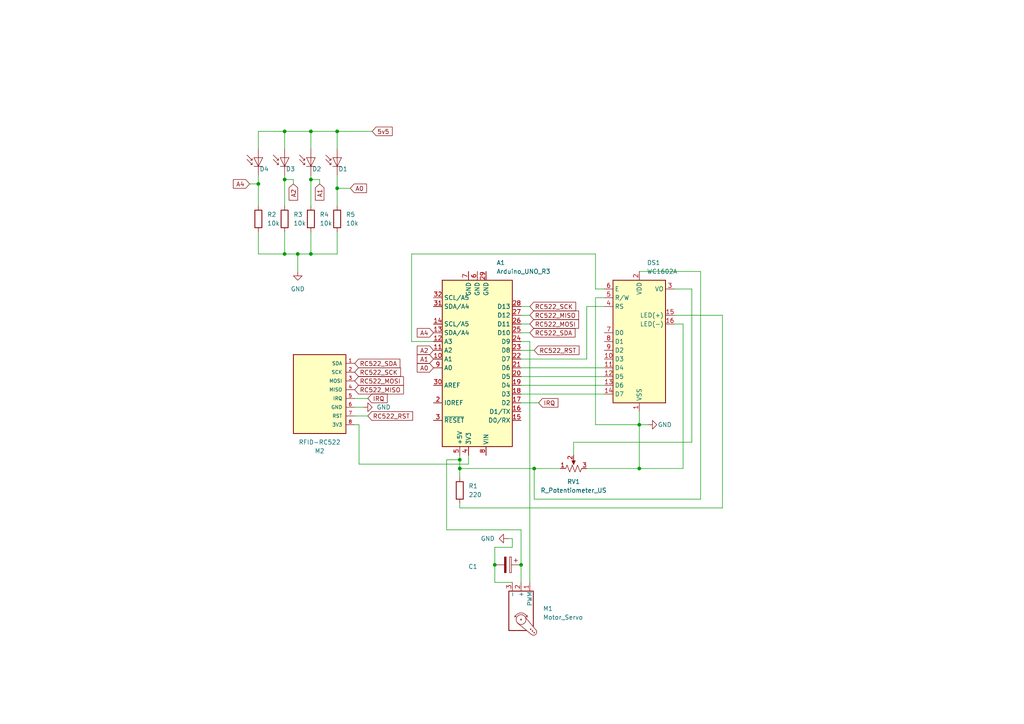
<source format=kicad_sch>
(kicad_sch (version 20231120) (generator "eeschema") (generator_version "8.0")
  (paper "A4")
  (lib_symbols
    (symbol "Device:C_Polarized" (pin_numbers hide) (pin_names (offset 0.254))
      (property "Reference" "C" (at 0.635 2.54 0))
      (property "Value" "C_Polarized" (at 0.635 -2.54 0))
      (symbol "C_Polarized_0_1"
        (rectangle (start -2.286 0.508) (end 2.286 1.016))
        (polyline (pts (xy -1.778 2.286) (xy -0.762 2.286)))
        (polyline (pts (xy -1.27 2.794) (xy -1.27 1.778)))
        (rectangle (start 2.286 -0.508) (end -2.286 -1.016) (fill (type outline)))
      )
      (symbol "C_Polarized_1_1"
        (pin passive line (at 0 3.81 270) (length 2.794) (name "~") (number "1"))
        (pin passive line (at 0 -3.81 90) (length 2.794) (name "~") (number "2"))
      )
    )
    (symbol "Device:R" (pin_numbers hide) (pin_names (offset 0))
      (property "Reference" "R" (at 2.032 0 90))
      (property "Value" "R" (at 0 0 90))
      (symbol "R_0_1"
        (rectangle (start -1.016 -2.54) (end 1.016 2.54) (stroke (width 0.254)))
      )
      (symbol "R_1_1"
        (pin passive line (at 0 3.81 270) (length 1.27) (name "~") (number "1"))
        (pin passive line (at 0 -3.81 90) (length 1.27) (name "~") (number "2"))
      )
    )
    (symbol "Device:R_Potentiometer_US" (pin_names (offset 1.016) hide)
      (property "Reference" "RV" (at -4.445 0 90))
      (property "Value" "R_Potentiometer_US" (at -2.54 0 90))
      (symbol "R_Potentiometer_US_0_1"
        (polyline (pts (xy 0 -2.286) (xy 0 -2.54)))
        (polyline (pts (xy 0 2.54) (xy 0 2.286)))
        (polyline (pts (xy 2.54 0) (xy 1.524 0)))
        (polyline (pts (xy 1.143 0) (xy 2.286 0.508) (xy 2.286 -0.508) (xy 1.143 0)) (fill (type outline)))
        (polyline (pts (xy 0 -0.762) (xy 1.016 -1.143) (xy 0 -1.524) (xy -1.016 -1.905) (xy 0 -2.286)))
        (polyline (pts (xy 0 0.762) (xy 1.016 0.381) (xy 0 0) (xy -1.016 -0.381) (xy 0 -0.762)))
        (polyline (pts (xy 0 2.286) (xy 1.016 1.905) (xy 0 1.524) (xy -1.016 1.143) (xy 0 0.762)))
      )
      (symbol "R_Potentiometer_US_1_1"
        (pin passive line (at 0 3.81 270) (length 1.27) (name "1") (number "1"))
        (pin passive line (at 3.81 0 180) (length 1.27) (name "2") (number "2"))
        (pin passive line (at 0 -3.81 90) (length 1.27) (name "3") (number "3"))
      )
    )
    (symbol "Display_Character:WC1602A"
      (property "Reference" "DS" (at -5.842 19.05 0))
      (property "Value" "WC1602A" (at 5.334 19.05 0))
      (symbol "WC1602A_1_1"
        (rectangle (start -7.62 17.78) (end 7.62 -17.78) (stroke (width 0.254)) (fill (type background)))
        (pin power_in line (at 0 -20.32 90) (length 2.54) (name "VSS") (number "1"))
        (pin input line (at -10.16 -5.08 0) (length 2.54) (name "D3") (number "10"))
        (pin input line (at -10.16 -7.62 0) (length 2.54) (name "D4") (number "11"))
        (pin input line (at -10.16 -10.16 0) (length 2.54) (name "D5") (number "12"))
        (pin input line (at -10.16 -12.7 0) (length 2.54) (name "D6") (number "13"))
        (pin input line (at -10.16 -15.24 0) (length 2.54) (name "D7") (number "14"))
        (pin power_in line (at 10.16 7.62 180) (length 2.54) (name "LED(+)") (number "15"))
        (pin power_in line (at 10.16 5.08 180) (length 2.54) (name "LED(-)") (number "16"))
        (pin power_in line (at 0 20.32 270) (length 2.54) (name "VDD") (number "2"))
        (pin input line (at 10.16 15.24 180) (length 2.54) (name "VO") (number "3"))
        (pin input line (at -10.16 10.16 0) (length 2.54) (name "RS") (number "4"))
        (pin input line (at -10.16 12.7 0) (length 2.54) (name "R/W") (number "5"))
        (pin input line (at -10.16 15.24 0) (length 2.54) (name "E") (number "6"))
        (pin input line (at -10.16 2.54 0) (length 2.54) (name "D0") (number "7"))
        (pin input line (at -10.16 0 0) (length 2.54) (name "D1") (number "8"))
        (pin input line (at -10.16 -2.54 0) (length 2.54) (name "D2") (number "9"))
      )
    )
    (symbol "MCU_Module:Arduino_UNO_R3"
      (property "Reference" "A" (at -10.16 23.495 0))
      (property "Value" "Arduino_UNO_R3" (at 5.08 -26.67 0))
      (symbol "Arduino_UNO_R3_0_1"
        (rectangle (start -10.16 22.86) (end 10.16 -25.4) (stroke (width 0.254)) (fill (type background)))
      )
      (symbol "Arduino_UNO_R3_1_1"
        (pin no_connect line (at -10.16 -20.32 0) (length 2.54) hide (name "NC") (number "1"))
        (pin bidirectional line (at 12.7 -2.54 180) (length 2.54) (name "A1") (number "10"))
        (pin bidirectional line (at 12.7 -5.08 180) (length 2.54) (name "A2") (number "11"))
        (pin bidirectional line (at 12.7 -7.62 180) (length 2.54) (name "A3") (number "12"))
        (pin bidirectional line (at 12.7 -10.16 180) (length 2.54) (name "SDA/A4") (number "13"))
        (pin bidirectional line (at 12.7 -12.7 180) (length 2.54) (name "SCL/A5") (number "14"))
        (pin bidirectional line (at -12.7 15.24 0) (length 2.54) (name "D0/RX") (number "15"))
        (pin bidirectional line (at -12.7 12.7 0) (length 2.54) (name "D1/TX") (number "16"))
        (pin bidirectional line (at -12.7 10.16 0) (length 2.54) (name "D2") (number "17"))
        (pin bidirectional line (at -12.7 7.62 0) (length 2.54) (name "D3") (number "18"))
        (pin bidirectional line (at -12.7 5.08 0) (length 2.54) (name "D4") (number "19"))
        (pin output line (at 12.7 10.16 180) (length 2.54) (name "IOREF") (number "2"))
        (pin bidirectional line (at -12.7 2.54 0) (length 2.54) (name "D5") (number "20"))
        (pin bidirectional line (at -12.7 0 0) (length 2.54) (name "D6") (number "21"))
        (pin bidirectional line (at -12.7 -2.54 0) (length 2.54) (name "D7") (number "22"))
        (pin bidirectional line (at -12.7 -5.08 0) (length 2.54) (name "D8") (number "23"))
        (pin bidirectional line (at -12.7 -7.62 0) (length 2.54) (name "D9") (number "24"))
        (pin bidirectional line (at -12.7 -10.16 0) (length 2.54) (name "D10") (number "25"))
        (pin bidirectional line (at -12.7 -12.7 0) (length 2.54) (name "D11") (number "26"))
        (pin bidirectional line (at -12.7 -15.24 0) (length 2.54) (name "D12") (number "27"))
        (pin bidirectional line (at -12.7 -17.78 0) (length 2.54) (name "D13") (number "28"))
        (pin power_in line (at -2.54 -27.94 90) (length 2.54) (name "GND") (number "29"))
        (pin input line (at 12.7 15.24 180) (length 2.54) (name "~{RESET}") (number "3"))
        (pin input line (at 12.7 5.08 180) (length 2.54) (name "AREF") (number "30"))
        (pin bidirectional line (at 12.7 -17.78 180) (length 2.54) (name "SDA/A4") (number "31"))
        (pin bidirectional line (at 12.7 -20.32 180) (length 2.54) (name "SCL/A5") (number "32"))
        (pin power_out line (at 2.54 25.4 270) (length 2.54) (name "3V3") (number "4"))
        (pin power_out line (at 5.08 25.4 270) (length 2.54) (name "+5V") (number "5"))
        (pin power_in line (at 0 -27.94 90) (length 2.54) (name "GND") (number "6"))
        (pin power_in line (at 2.54 -27.94 90) (length 2.54) (name "GND") (number "7"))
        (pin power_in line (at -2.54 25.4 270) (length 2.54) (name "VIN") (number "8"))
        (pin bidirectional line (at 12.7 0 180) (length 2.54) (name "A0") (number "9"))
      )
    )
    (symbol "Motor:Motor_Servo" (pin_names (offset 0.0254))
      (property "Reference" "M" (at -5.08 4.445 0))
      (property "Value" "Motor_Servo" (at -5.08 -4.064 0))
      (symbol "Motor_Servo_0_1"
        (polyline (pts (xy 2.413 -1.778) (xy 2.032 -1.778)))
        (polyline (pts (xy 2.413 -1.778) (xy 2.286 -1.397)))
        (polyline (pts (xy 2.413 1.778) (xy 1.905 1.778)))
        (polyline (pts (xy 2.413 1.778) (xy 2.286 1.397)))
        (polyline (pts (xy 6.35 4.445) (xy 2.54 1.27)))
        (polyline (pts (xy 7.62 3.175) (xy 4.191 -1.016)))
        (polyline (pts (xy 5.08 3.556) (xy -5.08 3.556) (xy -5.08 -3.556) (xy 6.35 -3.556) (xy 6.35 1.524)) (stroke (width 0.254)))
        (arc (start 2.413 1.778) (mid 1.2406 0) (end 2.413 -1.778))
        (circle (center 3.175 0) (radius 0.1778))
        (circle (center 3.175 0) (radius 1.4224))
        (circle (center 5.969 2.794) (radius 0.127))
        (circle (center 6.477 3.302) (radius 0.127))
        (circle (center 6.985 3.81) (radius 0.127))
        (arc (start 7.62 3.175) (mid 7.4485 4.2735) (end 6.35 4.445))
      )
      (symbol "Motor_Servo_1_1"
        (pin passive line (at -7.62 2.54 0) (length 2.54) (name "PWM") (number "1"))
        (pin passive line (at -7.62 0 0) (length 2.54) (name "+") (number "2"))
        (pin passive line (at -7.62 -2.54 0) (length 2.54) (name "-") (number "3"))
      )
    )
    (symbol "RFID-RC522:RFID-RC522" (pin_names (offset 1.016))
      (property "Reference" "M" (at -7.62 10.922 0))
      (symbol "RFID-RC522_0_0"
        (rectangle (start -7.62 -12.7) (end 7.62 10.16) (stroke (width 0.254)) (fill (type background)))
        (pin bidirectional line (at -10.16 7.62 0) (length 2.54) (name "SDA") (number "1"))
        (pin bidirectional line (at -10.16 5.08 0) (length 2.54) (name "SCK") (number "2"))
        (pin bidirectional line (at -10.16 2.54 0) (length 2.54) (name "MOSI") (number "3"))
        (pin bidirectional line (at -10.16 0 0) (length 2.54) (name "MISO") (number "4"))
        (pin bidirectional line (at -10.16 -2.54 0) (length 2.54) (name "IRQ") (number "5"))
        (pin bidirectional line (at -10.16 -5.08 0) (length 2.54) (name "GND") (number "6"))
        (pin bidirectional line (at -10.16 -7.62 0) (length 2.54) (name "RST") (number "7"))
        (pin bidirectional line (at -10.16 -10.16 0) (length 2.54) (name "3V3") (number "8"))
      )
    )
    (symbol "Sensor_Optical:BPW21" (pin_numbers hide) (pin_names hide)
      (property "Reference" "D" (at 0.508 1.778 0))
      (property "Value" "BPW21" (at -1.016 -2.794 0))
      (symbol "BPW21_0_1"
        (polyline (pts (xy -2.54 1.27) (xy -2.54 -1.27)) (stroke (width 0.1524)))
        (polyline (pts (xy -2.032 1.778) (xy -1.524 1.778)))
        (polyline (pts (xy 0 0) (xy -2.54 0)))
        (polyline (pts (xy 0 1.27) (xy 0 -1.27)))
        (polyline (pts (xy -0.508 3.302) (xy -2.032 1.778) (xy -2.032 2.286)))
        (polyline (pts (xy 0 1.27) (xy -2.54 0) (xy 0 -1.27)))
        (polyline (pts (xy 0.762 3.302) (xy -0.762 1.778) (xy -0.762 2.286) (xy -0.762 1.778) (xy -0.254 1.778)))
      )
      (symbol "BPW21_1_1"
        (pin passive line (at 2.54 0 180) (length 2.54) (name "A") (number "1"))
        (pin passive line (at -5.08 0 0) (length 2.54) (name "K") (number "2"))
      )
    )
    (symbol "power:GND" (power) (pin_numbers hide) (pin_names (offset 0) hide)
      (property "Value" "GND" (at 0 -3.81 0))
      (symbol "GND_0_1"
        (polyline (pts (xy 0 0) (xy 0 -1.27) (xy 1.27 -1.27) (xy 0 -2.54) (xy -1.27 -1.27) (xy 0 -1.27)))
      )
      (symbol "GND_1_1"
        (pin power_in line (at 0 0 270) (length 0) (name "~") (number "1"))
      )
    )
  )
  (junction (at 90.17 73.66))
  (junction (at 185.42 135.89))
  (junction (at 90.17 52.07))
  (junction (at 143.51 163.83))
  (junction (at 82.55 73.66))
  (junction (at 74.93 53.34))
  (junction (at 154.94 135.89))
  (junction (at 97.79 38.1))
  (junction (at 97.79 54.61))
  (junction (at 133.35 133.35))
  (junction (at 82.55 38.1))
  (junction (at 185.42 123.19))
  (junction (at 133.35 135.89))
  (junction (at 90.17 38.1))
  (junction (at 82.55 52.07))
  (junction (at 151.13 163.83))
  (junction (at 86.36 73.66))
  (wire (pts (xy 74.93 43.18) (xy 74.93 38.1)))
  (wire (pts (xy 133.35 133.35) (xy 133.35 135.89)))
  (wire (pts (xy 90.17 67.31) (xy 90.17 73.66)))
  (wire (pts (xy 151.13 99.06) (xy 153.67 99.06)))
  (wire (pts (xy 148.59 168.91) (xy 143.51 168.91)))
  (wire (pts (xy 82.55 67.31) (xy 82.55 73.66)))
  (wire (pts (xy 82.55 73.66) (xy 86.36 73.66)))
  (wire (pts (xy 185.42 123.19) (xy 185.42 135.89)))
  (wire (pts (xy 170.18 104.14) (xy 170.18 88.9)))
  (wire (pts (xy 97.79 43.18) (xy 97.79 38.1)))
  (wire (pts (xy 151.13 96.52) (xy 153.67 96.52)))
  (wire (pts (xy 97.79 50.8) (xy 97.79 54.61)))
  (wire (pts (xy 151.13 104.14) (xy 170.18 104.14)))
  (wire (pts (xy 90.17 38.1) (xy 97.79 38.1)))
  (wire (pts (xy 203.2 144.78) (xy 154.94 144.78)))
  (wire (pts (xy 102.87 115.57) (xy 106.68 115.57)))
  (wire (pts (xy 172.72 86.36) (xy 172.72 123.19)))
  (wire (pts (xy 85.09 52.07) (xy 85.09 53.34)))
  (wire (pts (xy 104.14 134.62) (xy 135.89 134.62)))
  (wire (pts (xy 82.55 38.1) (xy 82.55 43.18)))
  (wire (pts (xy 151.13 111.76) (xy 175.26 111.76)))
  (wire (pts (xy 185.42 78.74) (xy 203.2 78.74)))
  (wire (pts (xy 86.36 73.66) (xy 90.17 73.66)))
  (wire (pts (xy 104.14 134.62) (xy 104.14 123.19)))
  (wire (pts (xy 72.39 53.34) (xy 74.93 53.34)))
  (wire (pts (xy 151.13 114.3) (xy 175.26 114.3)))
  (wire (pts (xy 102.87 120.65) (xy 106.68 120.65)))
  (wire (pts (xy 133.35 135.89) (xy 133.35 138.43)))
  (wire (pts (xy 90.17 52.07) (xy 92.71 52.07)))
  (wire (pts (xy 74.93 38.1) (xy 82.55 38.1)))
  (wire (pts (xy 198.12 93.98) (xy 198.12 135.89)))
  (wire (pts (xy 170.18 135.89) (xy 185.42 135.89)))
  (wire (pts (xy 90.17 50.8) (xy 90.17 52.07)))
  (wire (pts (xy 151.13 153.67) (xy 151.13 163.83)))
  (wire (pts (xy 97.79 54.61) (xy 97.79 59.69)))
  (wire (pts (xy 133.35 132.08) (xy 133.35 133.35)))
  (wire (pts (xy 209.55 91.44) (xy 209.55 147.32)))
  (wire (pts (xy 82.55 52.07) (xy 85.09 52.07)))
  (wire (pts (xy 151.13 116.84) (xy 156.21 116.84)))
  (wire (pts (xy 166.37 128.27) (xy 200.66 128.27)))
  (wire (pts (xy 119.38 99.06) (xy 119.38 73.66)))
  (wire (pts (xy 151.13 106.68) (xy 175.26 106.68)))
  (wire (pts (xy 82.55 38.1) (xy 90.17 38.1)))
  (wire (pts (xy 172.72 83.82) (xy 175.26 83.82)))
  (wire (pts (xy 90.17 52.07) (xy 90.17 59.69)))
  (wire (pts (xy 195.58 93.98) (xy 198.12 93.98)))
  (wire (pts (xy 185.42 119.38) (xy 185.42 123.19)))
  (wire (pts (xy 97.79 73.66) (xy 97.79 67.31)))
  (wire (pts (xy 200.66 83.82) (xy 195.58 83.82)))
  (wire (pts (xy 151.13 101.6) (xy 154.94 101.6)))
  (wire (pts (xy 129.54 133.35) (xy 133.35 133.35)))
  (wire (pts (xy 172.72 123.19) (xy 185.42 123.19)))
  (wire (pts (xy 148.59 158.75) (xy 143.51 158.75)))
  (wire (pts (xy 135.89 134.62) (xy 135.89 132.08)))
  (wire (pts (xy 74.93 50.8) (xy 74.93 53.34)))
  (wire (pts (xy 209.55 147.32) (xy 133.35 147.32)))
  (wire (pts (xy 82.55 50.8) (xy 82.55 52.07)))
  (wire (pts (xy 143.51 168.91) (xy 143.51 163.83)))
  (wire (pts (xy 129.54 153.67) (xy 129.54 133.35)))
  (wire (pts (xy 74.93 53.34) (xy 74.93 59.69)))
  (wire (pts (xy 97.79 54.61) (xy 101.6 54.61)))
  (wire (pts (xy 147.32 156.21) (xy 148.59 156.21)))
  (wire (pts (xy 151.13 93.98) (xy 153.67 93.98)))
  (wire (pts (xy 151.13 153.67) (xy 129.54 153.67)))
  (wire (pts (xy 74.93 73.66) (xy 82.55 73.66)))
  (wire (pts (xy 74.93 67.31) (xy 74.93 73.66)))
  (wire (pts (xy 200.66 128.27) (xy 200.66 83.82)))
  (wire (pts (xy 166.37 132.08) (xy 166.37 128.27)))
  (wire (pts (xy 151.13 109.22) (xy 175.26 109.22)))
  (wire (pts (xy 203.2 78.74) (xy 203.2 144.78)))
  (wire (pts (xy 172.72 73.66) (xy 172.72 83.82)))
  (wire (pts (xy 90.17 43.18) (xy 90.17 38.1)))
  (wire (pts (xy 90.17 73.66) (xy 97.79 73.66)))
  (wire (pts (xy 198.12 135.89) (xy 185.42 135.89)))
  (wire (pts (xy 151.13 163.83) (xy 151.13 168.91)))
  (wire (pts (xy 143.51 158.75) (xy 143.51 163.83)))
  (wire (pts (xy 102.87 118.11) (xy 105.41 118.11)))
  (wire (pts (xy 151.13 88.9) (xy 153.67 88.9)))
  (wire (pts (xy 133.35 135.89) (xy 154.94 135.89)))
  (wire (pts (xy 154.94 144.78) (xy 154.94 135.89)))
  (wire (pts (xy 153.67 99.06) (xy 153.67 168.91)))
  (wire (pts (xy 148.59 156.21) (xy 148.59 158.75)))
  (wire (pts (xy 119.38 73.66) (xy 172.72 73.66)))
  (wire (pts (xy 175.26 86.36) (xy 172.72 86.36)))
  (wire (pts (xy 151.13 91.44) (xy 153.67 91.44)))
  (wire (pts (xy 133.35 146.05) (xy 133.35 147.32)))
  (wire (pts (xy 154.94 135.89) (xy 162.56 135.89)))
  (wire (pts (xy 92.71 52.07) (xy 92.71 53.34)))
  (wire (pts (xy 185.42 123.19) (xy 187.96 123.19)))
  (wire (pts (xy 125.73 99.06) (xy 119.38 99.06)))
  (wire (pts (xy 170.18 88.9) (xy 175.26 88.9)))
  (wire (pts (xy 86.36 73.66) (xy 86.36 78.74)))
  (wire (pts (xy 195.58 91.44) (xy 209.55 91.44)))
  (wire (pts (xy 104.14 123.19) (xy 102.87 123.19)))
  (wire (pts (xy 82.55 52.07) (xy 82.55 59.69)))
  (wire (pts (xy 97.79 38.1) (xy 107.95 38.1)))
  (global_label "RC522_MISO" (shape input) (at 102.87 113.03 0) (property "Intersheetrefs" "${INTERSHEET_REFS}" (effects (hide yes))))
  (global_label "A4" (shape input) (at 72.39 53.34 180) (property "Intersheetrefs" "${INTERSHEET_REFS}" (effects (hide yes))))
  (global_label "RC522_RST" (shape input) (at 106.68 120.65 0) (property "Intersheetrefs" "${INTERSHEET_REFS}" (effects (hide yes))))
  (global_label "A1" (shape input) (at 125.73 104.14 180) (property "Intersheetrefs" "${INTERSHEET_REFS}" (effects (hide yes))))
  (global_label "IRQ" (shape input) (at 106.68 115.57 0) (property "Intersheetrefs" "${INTERSHEET_REFS}" (effects (hide yes))))
  (global_label "RC522_RST" (shape input) (at 154.94 101.6 0) (property "Intersheetrefs" "${INTERSHEET_REFS}" (effects (hide yes))))
  (global_label "A2" (shape input) (at 85.09 53.34 270) (property "Intersheetrefs" "${INTERSHEET_REFS}" (effects (hide yes))))
  (global_label "A1" (shape input) (at 92.71 53.34 270) (property "Intersheetrefs" "${INTERSHEET_REFS}" (effects (hide yes))))
  (global_label "5v5" (shape input) (at 107.95 38.1 0) (property "Intersheetrefs" "${INTERSHEET_REFS}" (effects (hide yes))))
  (global_label "RC522_MISO" (shape input) (at 153.67 91.44 0) (property "Intersheetrefs" "${INTERSHEET_REFS}" (effects (hide yes))))
  (global_label "A0" (shape input) (at 101.6 54.61 0) (property "Intersheetrefs" "${INTERSHEET_REFS}" (effects (hide yes))))
  (global_label "RC522_SCK" (shape input) (at 153.67 88.9 0) (property "Intersheetrefs" "${INTERSHEET_REFS}" (effects (hide yes))))
  (global_label "RC522_SCK" (shape input) (at 102.87 107.95 0) (property "Intersheetrefs" "${INTERSHEET_REFS}" (effects (hide yes))))
  (global_label "A4" (shape input) (at 125.73 96.52 180) (property "Intersheetrefs" "${INTERSHEET_REFS}" (effects (hide yes))))
  (global_label "A2" (shape input) (at 125.73 101.6 180) (property "Intersheetrefs" "${INTERSHEET_REFS}" (effects (hide yes))))
  (global_label "IRQ" (shape input) (at 156.21 116.84 0) (property "Intersheetrefs" "${INTERSHEET_REFS}" (effects (hide yes))))
  (global_label "RC522_SDA" (shape input) (at 153.67 96.52 0) (property "Intersheetrefs" "${INTERSHEET_REFS}" (effects (hide yes))))
  (global_label "RC522_SDA" (shape input) (at 102.87 105.41 0) (property "Intersheetrefs" "${INTERSHEET_REFS}" (effects (hide yes))))
  (global_label "RC522_MOSI" (shape input) (at 102.87 110.49 0) (property "Intersheetrefs" "${INTERSHEET_REFS}" (effects (hide yes))))
  (global_label "RC522_MOSI" (shape input) (at 153.67 93.98 0) (property "Intersheetrefs" "${INTERSHEET_REFS}" (effects (hide yes))))
  (global_label "A0" (shape input) (at 125.73 106.68 180) (property "Intersheetrefs" "${INTERSHEET_REFS}" (effects (hide yes))))
  (symbol (lib_id "Device:C_Polarized") (at 147.32 163.83 270) (unit 1)
    (property "Reference" "C1" (at 137.16 164.338 90))
    (property "Value" "C_Polarized" (effects (hide yes)))
    (property "Description" "Polarized capacitor" (effects (hide yes)))
  )
  (symbol (lib_id "power:GND") (at 147.32 156.21 270) (unit 1)
    (property "Reference" "#PWR02" (effects (hide yes)))
    (property "Value" "GND" (at 143.51 156.2099 90) (effects (justify right)))
    (property "Description" "Power symbol creates a global label with name \"GND\" , ground" (effects (hide yes)))
  )
  (symbol (lib_id "Sensor_Optical:BPW21") (at 97.79 45.72 90) (unit 1)
    (property "Reference" "D1" (at 100.838 49.022 90) (effects (justify left)))
    (property "Value" "BPW21" (effects (hide yes)))
    (property "Footprint" "Package_TO_SOT_THT:TO-5-2_Window" (effects (hide yes)))
    (property "Datasheet" "http://techwww.in.tu-clausthal.de/site/Dokumentation/Dioden/Fotodioden/BPW21-Fotodiode.pdf" (effects (hide yes)))
    (property "Description" "Silicon Photodiode for the visible spectral range, TO-5 package" (effects (hide yes)))
  )
  (symbol (lib_id "Device:R") (at 133.35 142.24 0) (unit 1)
    (property "Reference" "R1" (at 135.89 140.9699 0) (effects (justify left)))
    (property "Value" "220" (at 135.89 143.5099 0) (effects (justify left)))
    (property "Description" "Resistor" (effects (hide yes)))
  )
  (symbol (lib_id "Sensor_Optical:BPW21") (at 90.17 45.72 90) (unit 1)
    (property "Reference" "D2" (at 93.218 49.022 90) (effects (justify left)))
    (property "Value" "BPW21" (effects (hide yes)))
    (property "Footprint" "Package_TO_SOT_THT:TO-5-2_Window" (effects (hide yes)))
    (property "Datasheet" "http://techwww.in.tu-clausthal.de/site/Dokumentation/Dioden/Fotodioden/BPW21-Fotodiode.pdf" (effects (hide yes)))
    (property "Description" "Silicon Photodiode for the visible spectral range, TO-5 package" (effects (hide yes)))
  )
  (symbol (lib_id "MCU_Module:Arduino_UNO_R3") (at 138.43 106.68 180) (unit 1)
    (property "Reference" "A1" (at 143.9865 76.2 0) (effects (justify right)))
    (property "Value" "Arduino_UNO_R3" (at 143.9865 78.74 0) (effects (justify right)))
    (property "Footprint" "Module:Arduino_UNO_R3" (effects (hide yes)))
    (property "Datasheet" "https://www.arduino.cc/en/Main/arduinoBoardUno" (effects (hide yes)))
    (property "Description" "Arduino UNO Microcontroller Module, release 3" (effects (hide yes)))
  )
  (symbol (lib_id "Device:R") (at 97.79 63.5 0) (unit 1)
    (property "Reference" "R5" (at 100.33 62.2299 0) (effects (justify left)))
    (property "Value" "10k" (at 100.33 64.7699 0) (effects (justify left)))
    (property "Description" "Resistor" (effects (hide yes)))
  )
  (symbol (lib_id "power:GND") (at 86.36 78.74 0) (unit 1)
    (property "Reference" "#PWR04" (effects (hide yes)))
    (property "Value" "GND" (at 86.36 83.82 0))
    (property "Description" "Power symbol creates a global label with name \"GND\" , ground" (effects (hide yes)))
  )
  (symbol (lib_id "Device:R") (at 82.55 63.5 0) (unit 1)
    (property "Reference" "R3" (at 85.09 62.2299 0) (effects (justify left)))
    (property "Value" "10k" (at 85.09 64.7699 0) (effects (justify left)))
    (property "Description" "Resistor" (effects (hide yes)))
  )
  (symbol (lib_id "power:GND") (at 187.96 123.19 90) (unit 1)
    (property "Reference" "#PWR01" (effects (hide yes)))
    (property "Value" "GND" (at 190.754 123.19 90) (effects (justify right)))
    (property "Description" "Power symbol creates a global label with name \"GND\" , ground" (effects (hide yes)))
  )
  (symbol (lib_id "Device:R") (at 74.93 63.5 0) (unit 1)
    (property "Reference" "R2" (at 77.47 62.2299 0) (effects (justify left)))
    (property "Value" "10k" (at 77.47 64.7699 0) (effects (justify left)))
    (property "Description" "Resistor" (effects (hide yes)))
  )
  (symbol (lib_id "Sensor_Optical:BPW21") (at 82.55 45.72 90) (unit 1)
    (property "Reference" "D3" (at 85.598 49.022 90) (effects (justify left)))
    (property "Value" "BPW21" (effects (hide yes)))
    (property "Footprint" "Package_TO_SOT_THT:TO-5-2_Window" (effects (hide yes)))
    (property "Datasheet" "http://techwww.in.tu-clausthal.de/site/Dokumentation/Dioden/Fotodioden/BPW21-Fotodiode.pdf" (effects (hide yes)))
    (property "Description" "Silicon Photodiode for the visible spectral range, TO-5 package" (effects (hide yes)))
  )
  (symbol (lib_id "Device:R") (at 90.17 63.5 0) (unit 1)
    (property "Reference" "R4" (at 92.71 62.2299 0) (effects (justify left)))
    (property "Value" "10k" (at 92.71 64.7699 0) (effects (justify left)))
    (property "Description" "Resistor" (effects (hide yes)))
  )
  (symbol (lib_id "Display_Character:WC1602A") (at 185.42 99.06 0) (unit 1)
    (property "Reference" "DS1" (at 187.6141 76.2 0) (effects (justify left)))
    (property "Value" "WC1602A" (at 187.6141 78.74 0) (effects (justify left)))
    (property "Footprint" "Display:WC1602A" (effects (hide yes)))
    (property "Datasheet" "http://www.wincomlcd.com/pdf/WC1602A-SFYLYHTC06.pdf" (effects (hide yes)))
    (property "Description" "LCD 16x2 Alphanumeric , 8 bit parallel bus, 5V VDD" (effects (hide yes)))
  )
  (symbol (lib_id "Sensor_Optical:BPW21") (at 74.93 45.72 90) (unit 1)
    (property "Reference" "D4" (at 77.978 49.022 90) (effects (justify left)))
    (property "Value" "BPW21" (effects (hide yes)))
    (property "Footprint" "Package_TO_SOT_THT:TO-5-2_Window" (effects (hide yes)))
    (property "Datasheet" "http://techwww.in.tu-clausthal.de/site/Dokumentation/Dioden/Fotodioden/BPW21-Fotodiode.pdf" (effects (hide yes)))
    (property "Description" "Silicon Photodiode for the visible spectral range, TO-5 package" (effects (hide yes)))
  )
  (symbol (lib_id "RFID-RC522:RFID-RC522") (at 92.71 113.03 0) (mirror y) (unit 1)
    (property "Reference" "M2" (at 92.71 130.81 0))
    (property "Value" "RFID-RC522" (at 92.71 128.27 0))
    (property "Footprint" "RFID-RC522" (effects (hide yes)))
    (property "MF" "Handson Technology" (effects (hide yes)))
    (property "Description_1" "\\n                        \\n                            Development kit in an integrated reader/writer IC MFRC522 for contactless communication at 13.56 MHz.\\n                        \\n" (effects (hide yes)))
    (property "MPN" "RFID-RC522" (effects (hide yes)))
    (property "Price" "None" (effects (hide yes)))
    (property "Package" "Package" (effects (hide yes)))
    (property "Check_prices" "https://www.snapeda.com/parts/RFID-RC522/Handson+Technology/view-part/?ref=eda" (effects (hide yes)))
    (property "SnapEDA_Link" "https://www.snapeda.com/parts/RFID-RC522/Handson+Technology/view-part/?ref=snap" (effects (hide yes)))
    (property "MP" "RFID-RC522" (effects (hide yes)))
    (property "Availability" "Not in stock" (effects (hide yes)))
    (property "DESC" "MFRC522 RFID Module" (effects (hide yes)))
  )
  (symbol (lib_id "Motor:Motor_Servo") (at 151.13 176.53 270) (unit 1)
    (property "Reference" "M1" (at 157.48 176.5188 90) (effects (justify left)))
    (property "Value" "Motor_Servo" (at 157.48 179.0588 90) (effects (justify left)))
    (property "Datasheet" "http://forums.parallax.com/uploads/attachments/46831/74481.png" (effects (hide yes)))
    (property "Description" "Servo Motor (Futaba, HiTec, JR connector)" (effects (hide yes)))
  )
  (symbol (lib_id "power:GND") (at 105.41 118.11 90) (unit 1)
    (property "Reference" "#PWR03" (effects (hide yes)))
    (property "Value" "GND" (at 109.22 118.1099 90) (effects (justify right)))
    (property "Description" "Power symbol creates a global label with name \"GND\" , ground" (effects (hide yes)))
  )
  (symbol (lib_id "Device:R_Potentiometer_US") (at 166.37 135.89 90) (unit 1)
    (property "Reference" "RV1" (at 166.37 139.7 90))
    (property "Value" "R_Potentiometer_US" (at 166.37 142.24 90))
    (property "Description" "Potentiometer, US symbol" (effects (hide yes)))
  )
)
</source>
